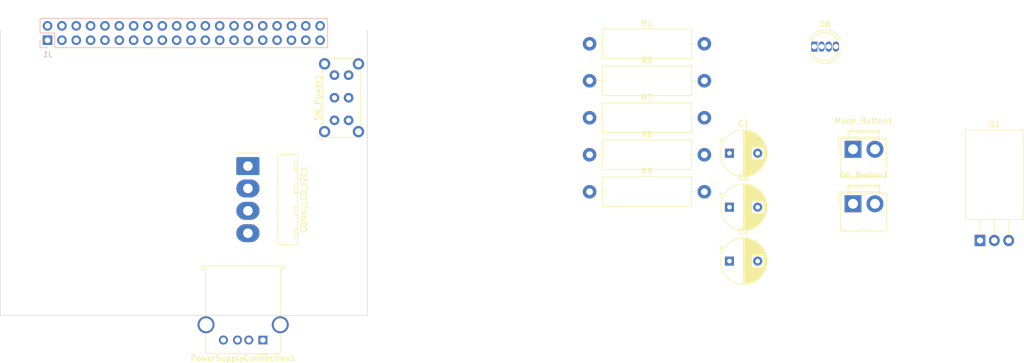
<source format=kicad_pcb>
(kicad_pcb (version 20240108) (generator "pcbnew") (generator_version "8.0")
  (title_block (date "15 nov 2012"))
  (layers (0 "F.Cu" signal) (31 "B.Cu" signal) (34 "B.Paste" user) (35 "F.Paste" user) (36 "B.SilkS" user "B.Silkscreen") (37 "F.SilkS" user "F.Silkscreen") (38 "B.Mask" user) (39 "F.Mask" user) (44 "Edge.Cuts" user))
  (net 0 "")
  (net 1 "GND")
  (net 2 "VCC")
  (net 3 "SDA")
  (net 4 "/GPIO4{slash}GPCLK0")
  (net 5 "/GPIO14{slash}TXD0")
  (net 6 "/GPIO15{slash}RXD0")
  (net 7 "/GPIO17")
  (net 8 "/GPIO18{slash}PCM.CLK")
  (net 9 "/GPIO27")
  (net 10 "/GPIO22")
  (net 11 "SCL")
  (net 12 "Net-(D8-BA)")
  (net 13 "Net-(D8-RA)")
  (net 14 "Net-(D8-GA)")
  (net 15 "MISO")
  (net 16 "Net-(J1-Pin_1)")
  (net 17 "SCK")
  (net 18 "OK_Button_input")
  (net 19 "/GPIO7{slash}SPI0.CE1")
  (net 20 "/ID_SDA")
  (net 21 "/ID_SCL")
  (net 22 "/GPIO5")
  (net 23 "/GPIO6")
  (net 24 "/GPIO12{slash}PWM0")
  (net 25 "/GPIO13{slash}PWM1")
  (net 26 "/GPIO19{slash}PCM.FS")
  (net 27 "/GPIO16")
  (net 28 "/GPIO20{slash}PCM.DIN")
  (net 29 "/GPIO21{slash}PCM.DOUT")
  (net 30 "CSN")
  (net 31 "+3V3")
  (net 32 "Mode_Button_input")
  (net 33 "BLUE_LED")
  (net 34 "MOSI")
  (net 35 "CE")
  (net 37 "Net-(PowerSupplyConnection1-VBUS)")
  (net 40 "Net-(LED_RECEIVE1-A)")
  (net 41 "Net-(LED_SEND1-A)")
  (footprint "Resistor_THT:R_Axial_DIN0516_L15.5mm_D5.0mm_P20.32mm_Horizontal" (layer "F.Cu") (at 204.34 75.4)
    (property "Reference" "R1" (at 10.16 -3.62 0) (layer "F.SilkS"))
    (property "Value" "220")
    (pad "1" thru_hole circle (at 0 0) (size 2.4 2.4) (drill 1.2) (layers "*.Cu" "*.Mask") (net 28 "/GPIO20{slash}PCM.DIN"))
    (pad "2" thru_hole oval (at 20.32 0) (size 2.4 2.4) (drill 1.2) (layers "*.Cu" "*.Mask") (net 40 "Net-(LED_RECEIVE1-A)"))
  )
  (footprint "Button_Switch_THT:SW_E-Switch_EG2219_DPDT_Angled" (layer "F.Cu") (at 159.1675 88.9575 90)
    (property "Reference" "SW_Power1" (at 4 -2.95 90) (layer "F.SilkS"))
    (property "Value" "SW_DPDT_x2")
    (pad "" thru_hole circle (at -2 -1.75 90) (size 2 2) (drill 1.2) (layers "*.Cu" "*.Mask"))
    (pad "" thru_hole circle (at -2 4.25 90) (size 2 2) (drill 1.2) (layers "*.Cu" "*.Mask"))
    (pad "" thru_hole circle (at 10 -1.75 90) (size 2 2) (drill 1.2) (layers "*.Cu" "*.Mask"))
    (pad "" thru_hole circle (at 10 4.25 90) (size 2 2) (drill 1.2) (layers "*.Cu" "*.Mask"))
    (pad "1" thru_hole circle (at 0 0 90) (size 1.7 1.7) (drill 0.9) (layers "*.Cu" "*.Mask"))
    (pad "2" thru_hole circle (at 4 0 90) (size 1.7 1.7) (drill 0.9) (layers "*.Cu" "*.Mask") (net 37 "Net-(PowerSupplyConnection1-VBUS)"))
    (pad "3" thru_hole circle (at 8 0 90) (size 1.7 1.7) (drill 0.9) (layers "*.Cu" "*.Mask") (net 2 "VCC"))
    (pad "4" thru_hole circle (at 0 2.5 90) (size 1.7 1.7) (drill 0.9) (layers "*.Cu" "*.Mask"))
    (pad "5" thru_hole circle (at 4 2.5 90) (size 1.7 1.7) (drill 0.9) (layers "*.Cu" "*.Mask"))
    (pad "6" thru_hole circle (at 8 2.5 90) (size 1.7 1.7) (drill 0.9) (layers "*.Cu" "*.Mask"))
  )
  (footprint "MountingHole:MountingHole_2.7mm_M2.5" (layer "F.Cu") (at 161.5 73.5)
    (property "Reference" "MH2" (hide yes))
    (property "Value" "MountingHole_2.7mm_M2.5" (hide yes))
    (pad "" np_thru_hole circle (at 0 0) (size 2.7 2.7) (drill 2.7) (layers "*.Cu" "*.Mask"))
  )
  (footprint "Connector:JWT_A3963_1x02_P3.96mm_Vertical" (layer "F.Cu") (at 250.985 94.08)
    (property "Reference" "Mode_Button1" (at 1.91 -5.08 0) (layer "F.SilkS"))
    (property "Value" "Conn_01x02_Pin")
    (pad "1" thru_hole rect (at 0 0) (size 3 3) (drill 1.75) (layers "*.Cu" "*.Mask") (net 32 "Mode_Button_input"))
    (pad "2" thru_hole circle (at 3.88 0) (size 3 3) (drill 1.75) (layers "*.Cu" "*.Mask") (net 2 "VCC"))
  )
  (footprint "Capacitor_THT:CP_Radial_D8.0mm_P5.00mm" (layer "F.Cu") (at 229.104698 113.88)
    (property "Reference" "C7" (at 2.5 -5.25 0) (layer "F.SilkS"))
    (property "Value" "10uF")
    (pad "1" thru_hole rect (at 0 0) (size 1.6 1.6) (drill 0.8) (layers "*.Cu" "*.Mask") (net 31 "+3V3"))
    (pad "2" thru_hole circle (at 5 0) (size 1.6 1.6) (drill 0.8) (layers "*.Cu" "*.Mask") (net 1 "GND"))
  )
  (footprint "Package_TO_SOT_THT:TO-220-3_Horizontal_TabDown" (layer "F.Cu") (at 273.46 110.23)
    (property "Reference" "U1" (at 2.54 -20.58 0) (layer "F.SilkS"))
    (property "Value" "LM1117T-2.5")
    (pad "" np_thru_hole oval (at 2.54 -16.66) (size 3.5 3.5) (drill 3.5) (layers "*.Cu" "*.Mask"))
    (pad "1" thru_hole rect (at 0 0) (size 1.905 2) (drill 1.1) (layers "*.Cu" "*.Mask") (net 1 "GND"))
    (pad "2" thru_hole oval (at 2.54 0) (size 1.905 2) (drill 1.1) (layers "*.Cu" "*.Mask") (net 31 "+3V3"))
    (pad "3" thru_hole oval (at 5.08 0) (size 1.905 2) (drill 1.1) (layers "*.Cu" "*.Mask") (net 2 "VCC"))
  )
  (footprint "Resistor_THT:R_Axial_DIN0516_L15.5mm_D5.0mm_P20.32mm_Horizontal" (layer "F.Cu") (at 204.34 95.05)
    (property "Reference" "R8" (at 10.16 -3.62 0) (layer "F.SilkS"))
    (property "Value" "220")
    (pad "1" thru_hole circle (at 0 0) (size 2.4 2.4) (drill 1.2) (layers "*.Cu" "*.Mask") (net 24 "/GPIO12{slash}PWM0"))
    (pad "2" thru_hole oval (at 20.32 0) (size 2.4 2.4) (drill 1.2) (layers "*.Cu" "*.Mask") (net 14 "Net-(D8-GA)"))
  )
  (footprint "Resistor_THT:R_Axial_DIN0516_L15.5mm_D5.0mm_P20.32mm_Horizontal" (layer "F.Cu") (at 204.34 88.5)
    (property "Reference" "R7" (at 10.16 -3.62 0) (layer "F.SilkS"))
    (property "Value" "220")
    (pad "1" thru_hole circle (at 0 0) (size 2.4 2.4) (drill 1.2) (layers "*.Cu" "*.Mask") (net 29 "/GPIO21{slash}PCM.DOUT"))
    (pad "2" thru_hole oval (at 20.32 0) (size 2.4 2.4) (drill 1.2) (layers "*.Cu" "*.Mask") (net 41 "Net-(LED_SEND1-A)"))
  )
  (footprint "Resistor_THT:R_Axial_DIN0516_L15.5mm_D5.0mm_P20.32mm_Horizontal" (layer "F.Cu") (at 204.34 81.95)
    (property "Reference" "R2" (at 10.16 -3.62 0) (layer "F.SilkS"))
    (property "Value" "220")
    (pad "1" thru_hole circle (at 0 0) (size 2.4 2.4) (drill 1.2) (layers "*.Cu" "*.Mask") (net 27 "/GPIO16"))
    (pad "2" thru_hole oval (at 20.32 0) (size 2.4 2.4) (drill 1.2) (layers "*.Cu" "*.Mask") (net 13 "Net-(D8-RA)"))
  )
  (footprint "LED_THT:LED_D5.0mm-4_RGB" (layer "F.Cu") (at 244.14 75.9)
    (property "Reference" "D8" (at 1.905 -3.96 0) (layer "F.SilkS"))
    (property "Value" "LED_KRGB")
    (pad "1" thru_hole rect (at 0 0) (size 1.07 1.8) (drill 0.9) (layers "*.Cu" "*.Mask") (net 1 "GND"))
    (pad "2" thru_hole oval (at 1.27 0) (size 1.07 1.8) (drill 0.9) (layers "*.Cu" "*.Mask") (net 13 "Net-(D8-RA)"))
    (pad "3" thru_hole oval (at 2.54 0) (size 1.07 1.8) (drill 0.9) (layers "*.Cu" "*.Mask") (net 14 "Net-(D8-GA)"))
    (pad "4" thru_hole oval (at 3.81 0) (size 1.07 1.8) (drill 0.9) (layers "*.Cu" "*.Mask") (net 12 "Net-(D8-BA)"))
  )
  (footprint "MountingHole:MountingHole_2.7mm_M2.5" (layer "F.Cu") (at 103.5 96.5)
    (property "Reference" "MH3" (hide yes))
    (property "Value" "MountingHole_2.7mm_M2.5" (hide yes))
    (pad "" np_thru_hole circle (at 0 0) (size 2.7 2.7) (drill 2.7) (layers "*.Cu" "*.Mask"))
  )
  (footprint "Connector:JWT_A3963_1x02_P3.96mm_Vertical" (layer "F.Cu") (at 250.985 103.73)
    (property "Reference" "OK_Button1" (at 1.91 -5.08 0) (layer "F.SilkS"))
    (property "Value" "Conn_01x02_Pin")
    (pad "1" thru_hole rect (at 0 0) (size 3 3) (drill 1.75) (layers "*.Cu" "*.Mask") (net 18 "OK_Button_input"))
    (pad "2" thru_hole circle (at 3.88 0) (size 3 3) (drill 1.75) (layers "*.Cu" "*.Mask") (net 2 "VCC"))
  )
  (footprint "Capacitor_THT:CP_Radial_D8.0mm_P5.00mm" (layer "F.Cu") (at 229.104698 104.33)
    (property "Reference" "C6" (at 2.5 -5.25 0) (layer "F.SilkS"))
    (property "Value" "10uF")
    (pad "1" thru_hole rect (at 0 0) (size 1.6 1.6) (drill 0.8) (layers "*.Cu" "*.Mask") (net 2 "VCC"))
    (pad "2" thru_hole circle (at 5 0) (size 1.6 1.6) (drill 0.8) (layers "*.Cu" "*.Mask") (net 1 "GND"))
  )
  (footprint "Connector_Molex:Molex_KK-396_A-41792-0004_1x04_P3.96mm_Horizontal" (layer "F.Cu") (at 143.845 97.06 -90)
    (property "Reference" "CONN_LCD_I2C1" (at 5.94 -9.91 90) (layer "F.SilkS"))
    (property "Value" "Conn_01x04_Socket")
    (pad "1" thru_hole roundrect (at 0 0 270) (size 3.16 4.1) (drill 1.7) (layers "*.Cu" "*.Mask") (roundrect_rratio 0.079114) (net 1 "GND"))
    (pad "2" thru_hole oval (at 3.96 0 270) (size 3.16 4.1) (drill 1.7) (layers "*.Cu" "*.Mask") (net 2 "VCC"))
    (pad "3" thru_hole oval (at 7.92 0 270) (size 3.16 4.1) (drill 1.7) (layers "*.Cu" "*.Mask") (net 3 "SDA"))
    (pad "4" thru_hole oval (at 11.88 0 270) (size 3.16 4.1) (drill 1.7) (layers "*.Cu" "*.Mask") (net 11 "SCL"))
  )
  (footprint "MountingHole:MountingHole_2.7mm_M2.5" (layer "F.Cu") (at 103.5 73.5)
    (property "Reference" "MH1" (hide yes))
    (property "Value" "MountingHole_2.7mm_M2.5" (hide yes))
    (pad "" np_thru_hole circle (at 0 0) (size 2.7 2.7) (drill 2.7) (layers "*.Cu" "*.Mask"))
  )
  (footprint "Connector_USB:USB_A_Molex_67643_Horizontal" (layer "F.Cu") (at 146.5 127.86 180)
    (property "Reference" "PowerSupplyConnection1" (at 3.5 -3.19 360) (layer "F.SilkS"))
    (property "Value" "USB_A")
    (pad "1" thru_hole rect (at 0 0 180) (size 1.6 1.5) (drill 0.95) (layers "*.Cu" "*.Mask") (net 37 "Net-(PowerSupplyConnection1-VBUS)"))
    (pad "2" thru_hole circle (at 2.5 0 180) (size 1.6 1.6) (drill 0.95) (layers "*.Cu" "*.Mask"))
    (pad "3" thru_hole circle (at 4.5 0 180) (size 1.6 1.6) (drill 0.95) (layers "*.Cu" "*.Mask"))
    (pad "4" thru_hole circle (at 7 0 180) (size 1.6 1.6) (drill 0.95) (layers "*.Cu" "*.Mask") (net 1 "GND"))
    (pad "5" thru_hole circle (at -3.07 2.71 180) (size 3 3) (drill 2.3) (layers "*.Cu" "*.Mask"))
    (pad "5" thru_hole circle (at 10.07 2.71 180) (size 3 3) (drill 2.3) (layers "*.Cu" "*.Mask"))
  )
  (footprint "Resistor_THT:R_Axial_DIN0516_L15.5mm_D5.0mm_P20.32mm_Horizontal" (layer "F.Cu") (at 204.34 101.6)
    (property "Reference" "R9" (at 10.16 -3.62 0) (layer "F.SilkS"))
    (property "Value" "220")
    (pad "1" thru_hole circle (at 0 0) (size 2.4 2.4) (drill 1.2) (layers "*.Cu" "*.Mask") (net 33 "BLUE_LED"))
    (pad "2" thru_hole oval (at 20.32 0) (size 2.4 2.4) (drill 1.2) (layers "*.Cu" "*.Mask") (net 12 "Net-(D8-BA)"))
  )
  (footprint "Capacitor_THT:CP_Radial_D8.0mm_P5.00mm" (layer "F.Cu") (at 229.104698 94.78)
    (property "Reference" "C1" (at 2.5 -5.25 0) (layer "F.SilkS"))
    (property "Value" "47uF")
    (pad "1" thru_hole rect (at 0 0) (size 1.6 1.6) (drill 0.8) (layers "*.Cu" "*.Mask") (net 2 "VCC"))
    (pad "2" thru_hole circle (at 5 0) (size 1.6 1.6) (drill 0.8) (layers "*.Cu" "*.Mask") (net 1 "GND"))
  )
  (footprint "MountingHole:MountingHole_2.7mm_M2.5" (layer "F.Cu") (at 161.5 96.5)
    (property "Reference" "MH4" (hide yes))
    (property "Value" "MountingHole_2.7mm_M2.5" (hide yes))
    (pad "" np_thru_hole circle (at 0 0) (size 2.7 2.7) (drill 2.7) (layers "*.Cu" "*.Mask"))
  )
  (footprint "Connector_PinSocket_2.54mm:PinSocket_2x20_P2.54mm_Vertical" (layer "B.Cu") (at 108.37 74.77 -90)
    (property "Reference" "J1" (at 2.5 0 0) (layer "B.SilkS") (effects (justify mirror)))
    (property "Value" "GPIO")
    (pad "1" thru_hole rect (at 0 0 270) (size 1.7 1.7) (drill 1) (layers "*.Cu" "*.Mask") (net 16 "Net-(J1-Pin_1)"))
    (pad "2" thru_hole oval (at -2.54 0 270) (size 1.7 1.7) (drill 1) (layers "*.Cu" "*.Mask") (net 2 "VCC"))
    (pad "3" thru_hole oval (at 0 -2.54 270) (size 1.7 1.7) (drill 1) (layers "*.Cu" "*.Mask") (net 3 "SDA"))
    (pad "4" thru_hole oval (at -2.54 -2.54 270) (size 1.7 1.7) (drill 1) (layers "*.Cu" "*.Mask") (net 2 "VCC"))
    (pad "5" thru_hole oval (at 0 -5.08 270) (size 1.7 1.7) (drill 1) (layers "*.Cu" "*.Mask") (net 11 "SCL"))
    (pad "6" thru_hole oval (at -2.54 -5.08 270) (size 1.7 1.7) (drill 1) (layers "*.Cu" "*.Mask") (net 1 "GND"))
    (pad "7" thru_hole oval (at 0 -7.62 270) (size 1.7 1.7) (drill 1) (layers "*.Cu" "*.Mask") (net 4 "/GPIO4{slash}GPCLK0"))
    (pad "8" thru_hole oval (at -2.54 -7.62 270) (size 1.7 1.7) (drill 1) (layers "*.Cu" "*.Mask") (net 5 "/GPIO14{slash}TXD0"))
    (pad "9" thru_hole oval (at 0 -10.16 270) (size 1.7 1.7) (drill 1) (layers "*.Cu" "*.Mask") (net 1 "GND"))
    (pad "10" thru_hole oval (at -2.54 -10.16 270) (size 1.7 1.7) (drill 1) (layers "*.Cu" "*.Mask") (net 6 "/GPIO15{slash}RXD0"))
    (pad "11" thru_hole oval (at 0 -12.7 270) (size 1.7 1.7) (drill 1) (layers "*.Cu" "*.Mask") (net 7 "/GPIO17"))
    (pad "12" thru_hole oval (at -2.54 -12.7 270) (size 1.7 1.7) (drill 1) (layers "*.Cu" "*.Mask") (net 8 "/GPIO18{slash}PCM.CLK"))
    (pad "13" thru_hole oval (at 0 -15.24 270) (size 1.7 1.7) (drill 1) (layers "*.Cu" "*.Mask") (net 9 "/GPIO27"))
    (pad "14" thru_hole oval (at -2.54 -15.24 270) (size 1.7 1.7) (drill 1) (layers "*.Cu" "*.Mask") (net 1 "GND"))
    (pad "15" thru_hole oval (at 0 -17.78 270) (size 1.7 1.7) (drill 1) (layers "*.Cu" "*.Mask") (net 10 "/GPIO22"))
    (pad "16" thru_hole oval (at -2.54 -17.78 270) (size 1.7 1.7) (drill 1) (layers "*.Cu" "*.Mask") (net 32 "Mode_Button_input"))
    (pad "17" thru_hole oval (at 0 -20.32 270) (size 1.7 1.7) (drill 1) (layers "*.Cu" "*.Mask") (net 16 "Net-(J1-Pin_1)"))
    (pad "18" thru_hole oval (at -2.54 -20.32 270) (size 1.7 1.7) (drill 1) (layers "*.Cu" "*.Mask") (net 18 "OK_Button_input"))
    (pad "19" thru_hole oval (at 0 -22.86 270) (size 1.7 1.7) (drill 1) (layers "*.Cu" "*.Mask") (net 34 "MOSI"))
    (pad "20" thru_hole oval (at -2.54 -22.86 270) (size 1.7 1.7) (drill 1) (layers "*.Cu" "*.Mask") (net 1 "GND"))
    (pad "21" thru_hole oval (at 0 -25.4 270) (size 1.7 1.7) (drill 1) (layers "*.Cu" "*.Mask") (net 15 "MISO"))
    (pad "22" thru_hole oval (at -2.54 -25.4 270) (size 1.7 1.7) (drill 1) (layers "*.Cu" "*.Mask") (net 35 "CE"))
    (pad "23" thru_hole oval (at 0 -27.94 270) (size 1.7 1.7) (drill 1) (layers "*.Cu" "*.Mask") (net 17 "SCK"))
    (pad "24" thru_hole oval (at -2.54 -27.94 270) (size 1.7 1.7) (drill 1) (layers "*.Cu" "*.Mask") (net 30 "CSN"))
    (pad "25" thru_hole oval (at 0 -30.48 270) (size 1.7 1.7) (drill 1) (layers "*.Cu" "*.Mask") (net 1 "GND"))
    (pad "26" thru_hole oval (at -2.54 -30.48 270) (size 1.7 1.7) (drill 1) (layers "*.Cu" "*.Mask") (net 19 "/GPIO7{slash}SPI0.CE1"))
    (pad "27" thru_hole oval (at 0 -33.02 270) (size 1.7 1.7) (drill 1) (layers "*.Cu" "*.Mask") (net 20 "/ID_SDA"))
    (pad "28" thru_hole oval (at -2.54 -33.02 270) (size 1.7 1.7) (drill 1) (layers "*.Cu" "*.Mask") (net 21 "/ID_SCL"))
    (pad "29" thru_hole oval (at 0 -35.56 270) (size 1.7 1.7) (drill 1) (layers "*.Cu" "*.Mask") (net 22 "/GPIO5"))
    (pad "30" thru_hole oval (at -2.54 -35.56 270) (size 1.7 1.7) (drill 1) (layers "*.Cu" "*.Mask") (net 1 "GND"))
    (pad "31" thru_hole oval (at 0 -38.1 270) (size 1.7 1.7) (drill 1) (layers "*.Cu" "*.Mask") (net 23 "/GPIO6"))
    (pad "32" thru_hole oval (at -2.54 -38.1 270) (size 1.7 1.7) (drill 1) (layers "*.Cu" "*.Mask") (net 24 "/GPIO12{slash}PWM0"))
    (pad "33" thru_hole oval (at 0 -40.64 270) (size 1.7 1.7) (drill 1) (layers "*.Cu" "*.Mask") (net 25 "/GPIO13{slash}PWM1"))
    (pad "34" thru_hole oval (at -2.54 -40.64 270) (size 1.7 1.7) (drill 1) (layers "*.Cu" "*.Mask") (net 1 "GND"))
    (pad "35" thru_hole oval (at 0 -43.18 270) (size 1.7 1.7) (drill 1) (layers "*.Cu" "*.Mask") (net 26 "/GPIO19{slash}PCM.FS"))
    (pad "36" thru_hole oval (at -2.54 -43.18 270) (size 1.7 1.7) (drill 1) (layers "*.Cu" "*.Mask") (net 27 "/GPIO16"))
    (pad "37" thru_hole oval (at 0 -45.72 270) (size 1.7 1.7) (drill 1) (layers "*.Cu" "*.Mask") (net 33 "BLUE_LED"))
    (pad "38" thru_hole oval (at -2.54 -45.72 270) (size 1.7 1.7) (drill 1) (layers "*.Cu" "*.Mask") (net 28 "/GPIO20{slash}PCM.DIN"))
    (pad "39" thru_hole oval (at 0 -48.26 270) (size 1.7 1.7) (drill 1) (layers "*.Cu" "*.Mask") (net 1 "GND"))
    (pad "40" thru_hole oval (at -2.54 -48.26 270) (size 1.7 1.7) (drill 1) (layers "*.Cu" "*.Mask") (net 29 "/GPIO21{slash}PCM.DOUT"))
  )
  (gr_line (start 165 123.5) (end 165 73) (stroke (width 0.1)) (layer "Edge.Cuts"))
  (gr_line (start 100 73) (end 100 123.5) (stroke (width 0.1)) (layer "Edge.Cuts"))
  (gr_line (start 100 123.5) (end 165 123.5) (stroke (width 0.1)) (layer "Edge.Cuts"))
)
</source>
